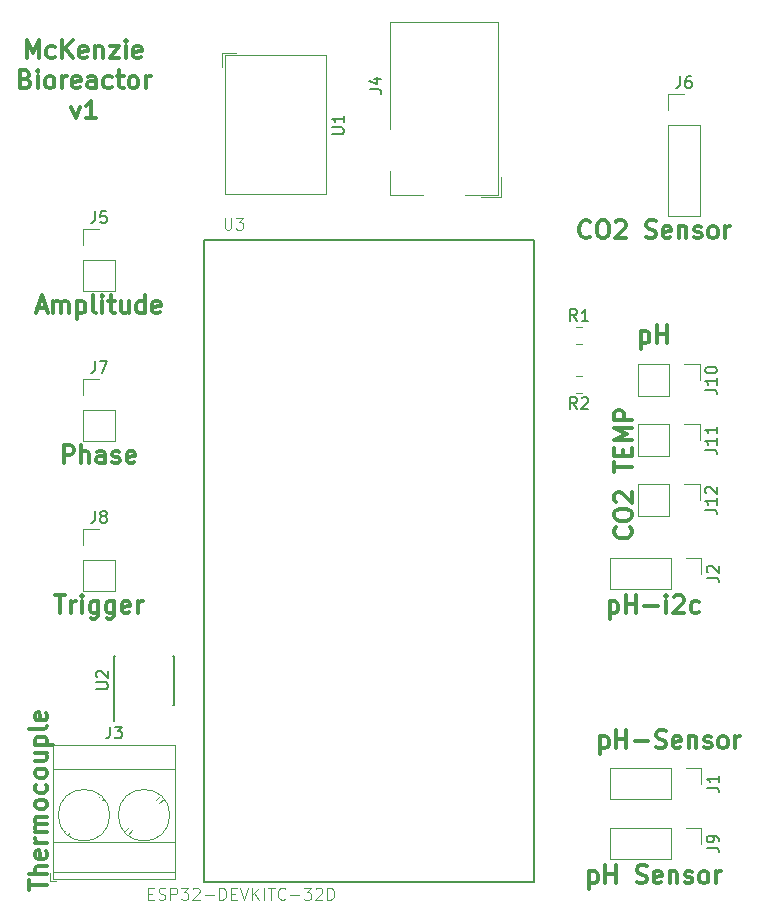
<source format=gbr>
G04 #@! TF.GenerationSoftware,KiCad,Pcbnew,5.0.1-33cea8e~68~ubuntu18.04.1*
G04 #@! TF.CreationDate,2018-11-19T17:19:21-08:00*
G04 #@! TF.ProjectId,Bioreactor,42696F72656163746F722E6B69636164,rev?*
G04 #@! TF.SameCoordinates,Original*
G04 #@! TF.FileFunction,Legend,Top*
G04 #@! TF.FilePolarity,Positive*
%FSLAX46Y46*%
G04 Gerber Fmt 4.6, Leading zero omitted, Abs format (unit mm)*
G04 Created by KiCad (PCBNEW 5.0.1-33cea8e~68~ubuntu18.04.1) date Mon 19 Nov 2018 05:19:21 PM PST*
%MOMM*%
%LPD*%
G01*
G04 APERTURE LIST*
%ADD10C,0.300000*%
%ADD11C,0.127000*%
%ADD12C,0.120000*%
%ADD13C,0.150000*%
%ADD14C,0.050000*%
G04 APERTURE END LIST*
D10*
X223207142Y-84355714D02*
X223135714Y-84427142D01*
X222921428Y-84498571D01*
X222778571Y-84498571D01*
X222564285Y-84427142D01*
X222421428Y-84284285D01*
X222350000Y-84141428D01*
X222278571Y-83855714D01*
X222278571Y-83641428D01*
X222350000Y-83355714D01*
X222421428Y-83212857D01*
X222564285Y-83070000D01*
X222778571Y-82998571D01*
X222921428Y-82998571D01*
X223135714Y-83070000D01*
X223207142Y-83141428D01*
X224135714Y-82998571D02*
X224421428Y-82998571D01*
X224564285Y-83070000D01*
X224707142Y-83212857D01*
X224778571Y-83498571D01*
X224778571Y-83998571D01*
X224707142Y-84284285D01*
X224564285Y-84427142D01*
X224421428Y-84498571D01*
X224135714Y-84498571D01*
X223992857Y-84427142D01*
X223850000Y-84284285D01*
X223778571Y-83998571D01*
X223778571Y-83498571D01*
X223850000Y-83212857D01*
X223992857Y-83070000D01*
X224135714Y-82998571D01*
X225350000Y-83141428D02*
X225421428Y-83070000D01*
X225564285Y-82998571D01*
X225921428Y-82998571D01*
X226064285Y-83070000D01*
X226135714Y-83141428D01*
X226207142Y-83284285D01*
X226207142Y-83427142D01*
X226135714Y-83641428D01*
X225278571Y-84498571D01*
X226207142Y-84498571D01*
X227921428Y-84427142D02*
X228135714Y-84498571D01*
X228492857Y-84498571D01*
X228635714Y-84427142D01*
X228707142Y-84355714D01*
X228778571Y-84212857D01*
X228778571Y-84070000D01*
X228707142Y-83927142D01*
X228635714Y-83855714D01*
X228492857Y-83784285D01*
X228207142Y-83712857D01*
X228064285Y-83641428D01*
X227992857Y-83570000D01*
X227921428Y-83427142D01*
X227921428Y-83284285D01*
X227992857Y-83141428D01*
X228064285Y-83070000D01*
X228207142Y-82998571D01*
X228564285Y-82998571D01*
X228778571Y-83070000D01*
X229992857Y-84427142D02*
X229850000Y-84498571D01*
X229564285Y-84498571D01*
X229421428Y-84427142D01*
X229350000Y-84284285D01*
X229350000Y-83712857D01*
X229421428Y-83570000D01*
X229564285Y-83498571D01*
X229850000Y-83498571D01*
X229992857Y-83570000D01*
X230064285Y-83712857D01*
X230064285Y-83855714D01*
X229350000Y-83998571D01*
X230707142Y-83498571D02*
X230707142Y-84498571D01*
X230707142Y-83641428D02*
X230778571Y-83570000D01*
X230921428Y-83498571D01*
X231135714Y-83498571D01*
X231278571Y-83570000D01*
X231350000Y-83712857D01*
X231350000Y-84498571D01*
X231992857Y-84427142D02*
X232135714Y-84498571D01*
X232421428Y-84498571D01*
X232564285Y-84427142D01*
X232635714Y-84284285D01*
X232635714Y-84212857D01*
X232564285Y-84070000D01*
X232421428Y-83998571D01*
X232207142Y-83998571D01*
X232064285Y-83927142D01*
X231992857Y-83784285D01*
X231992857Y-83712857D01*
X232064285Y-83570000D01*
X232207142Y-83498571D01*
X232421428Y-83498571D01*
X232564285Y-83570000D01*
X233492857Y-84498571D02*
X233350000Y-84427142D01*
X233278571Y-84355714D01*
X233207142Y-84212857D01*
X233207142Y-83784285D01*
X233278571Y-83641428D01*
X233350000Y-83570000D01*
X233492857Y-83498571D01*
X233707142Y-83498571D01*
X233850000Y-83570000D01*
X233921428Y-83641428D01*
X233992857Y-83784285D01*
X233992857Y-84212857D01*
X233921428Y-84355714D01*
X233850000Y-84427142D01*
X233707142Y-84498571D01*
X233492857Y-84498571D01*
X234635714Y-84498571D02*
X234635714Y-83498571D01*
X234635714Y-83784285D02*
X234707142Y-83641428D01*
X234778571Y-83570000D01*
X234921428Y-83498571D01*
X235064285Y-83498571D01*
X177895714Y-114748571D02*
X178752857Y-114748571D01*
X178324285Y-116248571D02*
X178324285Y-114748571D01*
X179252857Y-116248571D02*
X179252857Y-115248571D01*
X179252857Y-115534285D02*
X179324285Y-115391428D01*
X179395714Y-115320000D01*
X179538571Y-115248571D01*
X179681428Y-115248571D01*
X180181428Y-116248571D02*
X180181428Y-115248571D01*
X180181428Y-114748571D02*
X180110000Y-114820000D01*
X180181428Y-114891428D01*
X180252857Y-114820000D01*
X180181428Y-114748571D01*
X180181428Y-114891428D01*
X181538571Y-115248571D02*
X181538571Y-116462857D01*
X181467142Y-116605714D01*
X181395714Y-116677142D01*
X181252857Y-116748571D01*
X181038571Y-116748571D01*
X180895714Y-116677142D01*
X181538571Y-116177142D02*
X181395714Y-116248571D01*
X181110000Y-116248571D01*
X180967142Y-116177142D01*
X180895714Y-116105714D01*
X180824285Y-115962857D01*
X180824285Y-115534285D01*
X180895714Y-115391428D01*
X180967142Y-115320000D01*
X181110000Y-115248571D01*
X181395714Y-115248571D01*
X181538571Y-115320000D01*
X182895714Y-115248571D02*
X182895714Y-116462857D01*
X182824285Y-116605714D01*
X182752857Y-116677142D01*
X182610000Y-116748571D01*
X182395714Y-116748571D01*
X182252857Y-116677142D01*
X182895714Y-116177142D02*
X182752857Y-116248571D01*
X182467142Y-116248571D01*
X182324285Y-116177142D01*
X182252857Y-116105714D01*
X182181428Y-115962857D01*
X182181428Y-115534285D01*
X182252857Y-115391428D01*
X182324285Y-115320000D01*
X182467142Y-115248571D01*
X182752857Y-115248571D01*
X182895714Y-115320000D01*
X184181428Y-116177142D02*
X184038571Y-116248571D01*
X183752857Y-116248571D01*
X183610000Y-116177142D01*
X183538571Y-116034285D01*
X183538571Y-115462857D01*
X183610000Y-115320000D01*
X183752857Y-115248571D01*
X184038571Y-115248571D01*
X184181428Y-115320000D01*
X184252857Y-115462857D01*
X184252857Y-115605714D01*
X183538571Y-115748571D01*
X184895714Y-116248571D02*
X184895714Y-115248571D01*
X184895714Y-115534285D02*
X184967142Y-115391428D01*
X185038571Y-115320000D01*
X185181428Y-115248571D01*
X185324285Y-115248571D01*
X178610000Y-103548571D02*
X178610000Y-102048571D01*
X179181428Y-102048571D01*
X179324285Y-102120000D01*
X179395714Y-102191428D01*
X179467142Y-102334285D01*
X179467142Y-102548571D01*
X179395714Y-102691428D01*
X179324285Y-102762857D01*
X179181428Y-102834285D01*
X178610000Y-102834285D01*
X180110000Y-103548571D02*
X180110000Y-102048571D01*
X180752857Y-103548571D02*
X180752857Y-102762857D01*
X180681428Y-102620000D01*
X180538571Y-102548571D01*
X180324285Y-102548571D01*
X180181428Y-102620000D01*
X180110000Y-102691428D01*
X182110000Y-103548571D02*
X182110000Y-102762857D01*
X182038571Y-102620000D01*
X181895714Y-102548571D01*
X181610000Y-102548571D01*
X181467142Y-102620000D01*
X182110000Y-103477142D02*
X181967142Y-103548571D01*
X181610000Y-103548571D01*
X181467142Y-103477142D01*
X181395714Y-103334285D01*
X181395714Y-103191428D01*
X181467142Y-103048571D01*
X181610000Y-102977142D01*
X181967142Y-102977142D01*
X182110000Y-102905714D01*
X182752857Y-103477142D02*
X182895714Y-103548571D01*
X183181428Y-103548571D01*
X183324285Y-103477142D01*
X183395714Y-103334285D01*
X183395714Y-103262857D01*
X183324285Y-103120000D01*
X183181428Y-103048571D01*
X182967142Y-103048571D01*
X182824285Y-102977142D01*
X182752857Y-102834285D01*
X182752857Y-102762857D01*
X182824285Y-102620000D01*
X182967142Y-102548571D01*
X183181428Y-102548571D01*
X183324285Y-102620000D01*
X184610000Y-103477142D02*
X184467142Y-103548571D01*
X184181428Y-103548571D01*
X184038571Y-103477142D01*
X183967142Y-103334285D01*
X183967142Y-102762857D01*
X184038571Y-102620000D01*
X184181428Y-102548571D01*
X184467142Y-102548571D01*
X184610000Y-102620000D01*
X184681428Y-102762857D01*
X184681428Y-102905714D01*
X183967142Y-103048571D01*
X176395714Y-90420000D02*
X177110000Y-90420000D01*
X176252857Y-90848571D02*
X176752857Y-89348571D01*
X177252857Y-90848571D01*
X177752857Y-90848571D02*
X177752857Y-89848571D01*
X177752857Y-89991428D02*
X177824285Y-89920000D01*
X177967142Y-89848571D01*
X178181428Y-89848571D01*
X178324285Y-89920000D01*
X178395714Y-90062857D01*
X178395714Y-90848571D01*
X178395714Y-90062857D02*
X178467142Y-89920000D01*
X178610000Y-89848571D01*
X178824285Y-89848571D01*
X178967142Y-89920000D01*
X179038571Y-90062857D01*
X179038571Y-90848571D01*
X179752857Y-89848571D02*
X179752857Y-91348571D01*
X179752857Y-89920000D02*
X179895714Y-89848571D01*
X180181428Y-89848571D01*
X180324285Y-89920000D01*
X180395714Y-89991428D01*
X180467142Y-90134285D01*
X180467142Y-90562857D01*
X180395714Y-90705714D01*
X180324285Y-90777142D01*
X180181428Y-90848571D01*
X179895714Y-90848571D01*
X179752857Y-90777142D01*
X181324285Y-90848571D02*
X181181428Y-90777142D01*
X181110000Y-90634285D01*
X181110000Y-89348571D01*
X181895714Y-90848571D02*
X181895714Y-89848571D01*
X181895714Y-89348571D02*
X181824285Y-89420000D01*
X181895714Y-89491428D01*
X181967142Y-89420000D01*
X181895714Y-89348571D01*
X181895714Y-89491428D01*
X182395714Y-89848571D02*
X182967142Y-89848571D01*
X182610000Y-89348571D02*
X182610000Y-90634285D01*
X182681428Y-90777142D01*
X182824285Y-90848571D01*
X182967142Y-90848571D01*
X184110000Y-89848571D02*
X184110000Y-90848571D01*
X183467142Y-89848571D02*
X183467142Y-90634285D01*
X183538571Y-90777142D01*
X183681428Y-90848571D01*
X183895714Y-90848571D01*
X184038571Y-90777142D01*
X184110000Y-90705714D01*
X185467142Y-90848571D02*
X185467142Y-89348571D01*
X185467142Y-90777142D02*
X185324285Y-90848571D01*
X185038571Y-90848571D01*
X184895714Y-90777142D01*
X184824285Y-90705714D01*
X184752857Y-90562857D01*
X184752857Y-90134285D01*
X184824285Y-89991428D01*
X184895714Y-89920000D01*
X185038571Y-89848571D01*
X185324285Y-89848571D01*
X185467142Y-89920000D01*
X186752857Y-90777142D02*
X186610000Y-90848571D01*
X186324285Y-90848571D01*
X186181428Y-90777142D01*
X186110000Y-90634285D01*
X186110000Y-90062857D01*
X186181428Y-89920000D01*
X186324285Y-89848571D01*
X186610000Y-89848571D01*
X186752857Y-89920000D01*
X186824285Y-90062857D01*
X186824285Y-90205714D01*
X186110000Y-90348571D01*
X175708571Y-139687142D02*
X175708571Y-138830000D01*
X177208571Y-139258571D02*
X175708571Y-139258571D01*
X177208571Y-138330000D02*
X175708571Y-138330000D01*
X177208571Y-137687142D02*
X176422857Y-137687142D01*
X176280000Y-137758571D01*
X176208571Y-137901428D01*
X176208571Y-138115714D01*
X176280000Y-138258571D01*
X176351428Y-138330000D01*
X177137142Y-136401428D02*
X177208571Y-136544285D01*
X177208571Y-136830000D01*
X177137142Y-136972857D01*
X176994285Y-137044285D01*
X176422857Y-137044285D01*
X176280000Y-136972857D01*
X176208571Y-136830000D01*
X176208571Y-136544285D01*
X176280000Y-136401428D01*
X176422857Y-136330000D01*
X176565714Y-136330000D01*
X176708571Y-137044285D01*
X177208571Y-135687142D02*
X176208571Y-135687142D01*
X176494285Y-135687142D02*
X176351428Y-135615714D01*
X176280000Y-135544285D01*
X176208571Y-135401428D01*
X176208571Y-135258571D01*
X177208571Y-134758571D02*
X176208571Y-134758571D01*
X176351428Y-134758571D02*
X176280000Y-134687142D01*
X176208571Y-134544285D01*
X176208571Y-134330000D01*
X176280000Y-134187142D01*
X176422857Y-134115714D01*
X177208571Y-134115714D01*
X176422857Y-134115714D02*
X176280000Y-134044285D01*
X176208571Y-133901428D01*
X176208571Y-133687142D01*
X176280000Y-133544285D01*
X176422857Y-133472857D01*
X177208571Y-133472857D01*
X177208571Y-132544285D02*
X177137142Y-132687142D01*
X177065714Y-132758571D01*
X176922857Y-132830000D01*
X176494285Y-132830000D01*
X176351428Y-132758571D01*
X176280000Y-132687142D01*
X176208571Y-132544285D01*
X176208571Y-132330000D01*
X176280000Y-132187142D01*
X176351428Y-132115714D01*
X176494285Y-132044285D01*
X176922857Y-132044285D01*
X177065714Y-132115714D01*
X177137142Y-132187142D01*
X177208571Y-132330000D01*
X177208571Y-132544285D01*
X177137142Y-130758571D02*
X177208571Y-130901428D01*
X177208571Y-131187142D01*
X177137142Y-131330000D01*
X177065714Y-131401428D01*
X176922857Y-131472857D01*
X176494285Y-131472857D01*
X176351428Y-131401428D01*
X176280000Y-131330000D01*
X176208571Y-131187142D01*
X176208571Y-130901428D01*
X176280000Y-130758571D01*
X177208571Y-129901428D02*
X177137142Y-130044285D01*
X177065714Y-130115714D01*
X176922857Y-130187142D01*
X176494285Y-130187142D01*
X176351428Y-130115714D01*
X176280000Y-130044285D01*
X176208571Y-129901428D01*
X176208571Y-129687142D01*
X176280000Y-129544285D01*
X176351428Y-129472857D01*
X176494285Y-129401428D01*
X176922857Y-129401428D01*
X177065714Y-129472857D01*
X177137142Y-129544285D01*
X177208571Y-129687142D01*
X177208571Y-129901428D01*
X176208571Y-128115714D02*
X177208571Y-128115714D01*
X176208571Y-128758571D02*
X176994285Y-128758571D01*
X177137142Y-128687142D01*
X177208571Y-128544285D01*
X177208571Y-128330000D01*
X177137142Y-128187142D01*
X177065714Y-128115714D01*
X176208571Y-127401428D02*
X177708571Y-127401428D01*
X176280000Y-127401428D02*
X176208571Y-127258571D01*
X176208571Y-126972857D01*
X176280000Y-126830000D01*
X176351428Y-126758571D01*
X176494285Y-126687142D01*
X176922857Y-126687142D01*
X177065714Y-126758571D01*
X177137142Y-126830000D01*
X177208571Y-126972857D01*
X177208571Y-127258571D01*
X177137142Y-127401428D01*
X177208571Y-125830000D02*
X177137142Y-125972857D01*
X176994285Y-126044285D01*
X175708571Y-126044285D01*
X177137142Y-124687142D02*
X177208571Y-124830000D01*
X177208571Y-125115714D01*
X177137142Y-125258571D01*
X176994285Y-125330000D01*
X176422857Y-125330000D01*
X176280000Y-125258571D01*
X176208571Y-125115714D01*
X176208571Y-124830000D01*
X176280000Y-124687142D01*
X176422857Y-124615714D01*
X176565714Y-124615714D01*
X176708571Y-125330000D01*
X223135714Y-138108571D02*
X223135714Y-139608571D01*
X223135714Y-138180000D02*
X223278571Y-138108571D01*
X223564285Y-138108571D01*
X223707142Y-138180000D01*
X223778571Y-138251428D01*
X223850000Y-138394285D01*
X223850000Y-138822857D01*
X223778571Y-138965714D01*
X223707142Y-139037142D01*
X223564285Y-139108571D01*
X223278571Y-139108571D01*
X223135714Y-139037142D01*
X224492857Y-139108571D02*
X224492857Y-137608571D01*
X224492857Y-138322857D02*
X225350000Y-138322857D01*
X225350000Y-139108571D02*
X225350000Y-137608571D01*
X227135714Y-139037142D02*
X227350000Y-139108571D01*
X227707142Y-139108571D01*
X227850000Y-139037142D01*
X227921428Y-138965714D01*
X227992857Y-138822857D01*
X227992857Y-138680000D01*
X227921428Y-138537142D01*
X227850000Y-138465714D01*
X227707142Y-138394285D01*
X227421428Y-138322857D01*
X227278571Y-138251428D01*
X227207142Y-138180000D01*
X227135714Y-138037142D01*
X227135714Y-137894285D01*
X227207142Y-137751428D01*
X227278571Y-137680000D01*
X227421428Y-137608571D01*
X227778571Y-137608571D01*
X227992857Y-137680000D01*
X229207142Y-139037142D02*
X229064285Y-139108571D01*
X228778571Y-139108571D01*
X228635714Y-139037142D01*
X228564285Y-138894285D01*
X228564285Y-138322857D01*
X228635714Y-138180000D01*
X228778571Y-138108571D01*
X229064285Y-138108571D01*
X229207142Y-138180000D01*
X229278571Y-138322857D01*
X229278571Y-138465714D01*
X228564285Y-138608571D01*
X229921428Y-138108571D02*
X229921428Y-139108571D01*
X229921428Y-138251428D02*
X229992857Y-138180000D01*
X230135714Y-138108571D01*
X230350000Y-138108571D01*
X230492857Y-138180000D01*
X230564285Y-138322857D01*
X230564285Y-139108571D01*
X231207142Y-139037142D02*
X231350000Y-139108571D01*
X231635714Y-139108571D01*
X231778571Y-139037142D01*
X231850000Y-138894285D01*
X231850000Y-138822857D01*
X231778571Y-138680000D01*
X231635714Y-138608571D01*
X231421428Y-138608571D01*
X231278571Y-138537142D01*
X231207142Y-138394285D01*
X231207142Y-138322857D01*
X231278571Y-138180000D01*
X231421428Y-138108571D01*
X231635714Y-138108571D01*
X231778571Y-138180000D01*
X232707142Y-139108571D02*
X232564285Y-139037142D01*
X232492857Y-138965714D01*
X232421428Y-138822857D01*
X232421428Y-138394285D01*
X232492857Y-138251428D01*
X232564285Y-138180000D01*
X232707142Y-138108571D01*
X232921428Y-138108571D01*
X233064285Y-138180000D01*
X233135714Y-138251428D01*
X233207142Y-138394285D01*
X233207142Y-138822857D01*
X233135714Y-138965714D01*
X233064285Y-139037142D01*
X232921428Y-139108571D01*
X232707142Y-139108571D01*
X233850000Y-139108571D02*
X233850000Y-138108571D01*
X233850000Y-138394285D02*
X233921428Y-138251428D01*
X233992857Y-138180000D01*
X234135714Y-138108571D01*
X234278571Y-138108571D01*
X224048571Y-126678571D02*
X224048571Y-128178571D01*
X224048571Y-126750000D02*
X224191428Y-126678571D01*
X224477142Y-126678571D01*
X224620000Y-126750000D01*
X224691428Y-126821428D01*
X224762857Y-126964285D01*
X224762857Y-127392857D01*
X224691428Y-127535714D01*
X224620000Y-127607142D01*
X224477142Y-127678571D01*
X224191428Y-127678571D01*
X224048571Y-127607142D01*
X225405714Y-127678571D02*
X225405714Y-126178571D01*
X225405714Y-126892857D02*
X226262857Y-126892857D01*
X226262857Y-127678571D02*
X226262857Y-126178571D01*
X226977142Y-127107142D02*
X228120000Y-127107142D01*
X228762857Y-127607142D02*
X228977142Y-127678571D01*
X229334285Y-127678571D01*
X229477142Y-127607142D01*
X229548571Y-127535714D01*
X229620000Y-127392857D01*
X229620000Y-127250000D01*
X229548571Y-127107142D01*
X229477142Y-127035714D01*
X229334285Y-126964285D01*
X229048571Y-126892857D01*
X228905714Y-126821428D01*
X228834285Y-126750000D01*
X228762857Y-126607142D01*
X228762857Y-126464285D01*
X228834285Y-126321428D01*
X228905714Y-126250000D01*
X229048571Y-126178571D01*
X229405714Y-126178571D01*
X229620000Y-126250000D01*
X230834285Y-127607142D02*
X230691428Y-127678571D01*
X230405714Y-127678571D01*
X230262857Y-127607142D01*
X230191428Y-127464285D01*
X230191428Y-126892857D01*
X230262857Y-126750000D01*
X230405714Y-126678571D01*
X230691428Y-126678571D01*
X230834285Y-126750000D01*
X230905714Y-126892857D01*
X230905714Y-127035714D01*
X230191428Y-127178571D01*
X231548571Y-126678571D02*
X231548571Y-127678571D01*
X231548571Y-126821428D02*
X231620000Y-126750000D01*
X231762857Y-126678571D01*
X231977142Y-126678571D01*
X232120000Y-126750000D01*
X232191428Y-126892857D01*
X232191428Y-127678571D01*
X232834285Y-127607142D02*
X232977142Y-127678571D01*
X233262857Y-127678571D01*
X233405714Y-127607142D01*
X233477142Y-127464285D01*
X233477142Y-127392857D01*
X233405714Y-127250000D01*
X233262857Y-127178571D01*
X233048571Y-127178571D01*
X232905714Y-127107142D01*
X232834285Y-126964285D01*
X232834285Y-126892857D01*
X232905714Y-126750000D01*
X233048571Y-126678571D01*
X233262857Y-126678571D01*
X233405714Y-126750000D01*
X234334285Y-127678571D02*
X234191428Y-127607142D01*
X234120000Y-127535714D01*
X234048571Y-127392857D01*
X234048571Y-126964285D01*
X234120000Y-126821428D01*
X234191428Y-126750000D01*
X234334285Y-126678571D01*
X234548571Y-126678571D01*
X234691428Y-126750000D01*
X234762857Y-126821428D01*
X234834285Y-126964285D01*
X234834285Y-127392857D01*
X234762857Y-127535714D01*
X234691428Y-127607142D01*
X234548571Y-127678571D01*
X234334285Y-127678571D01*
X235477142Y-127678571D02*
X235477142Y-126678571D01*
X235477142Y-126964285D02*
X235548571Y-126821428D01*
X235620000Y-126750000D01*
X235762857Y-126678571D01*
X235905714Y-126678571D01*
X224850000Y-115248571D02*
X224850000Y-116748571D01*
X224850000Y-115320000D02*
X224992857Y-115248571D01*
X225278571Y-115248571D01*
X225421428Y-115320000D01*
X225492857Y-115391428D01*
X225564285Y-115534285D01*
X225564285Y-115962857D01*
X225492857Y-116105714D01*
X225421428Y-116177142D01*
X225278571Y-116248571D01*
X224992857Y-116248571D01*
X224850000Y-116177142D01*
X226207142Y-116248571D02*
X226207142Y-114748571D01*
X226207142Y-115462857D02*
X227064285Y-115462857D01*
X227064285Y-116248571D02*
X227064285Y-114748571D01*
X227778571Y-115677142D02*
X228921428Y-115677142D01*
X229635714Y-116248571D02*
X229635714Y-115248571D01*
X229635714Y-114748571D02*
X229564285Y-114820000D01*
X229635714Y-114891428D01*
X229707142Y-114820000D01*
X229635714Y-114748571D01*
X229635714Y-114891428D01*
X230278571Y-114891428D02*
X230350000Y-114820000D01*
X230492857Y-114748571D01*
X230850000Y-114748571D01*
X230992857Y-114820000D01*
X231064285Y-114891428D01*
X231135714Y-115034285D01*
X231135714Y-115177142D01*
X231064285Y-115391428D01*
X230207142Y-116248571D01*
X231135714Y-116248571D01*
X232421428Y-116177142D02*
X232278571Y-116248571D01*
X231992857Y-116248571D01*
X231850000Y-116177142D01*
X231778571Y-116105714D01*
X231707142Y-115962857D01*
X231707142Y-115534285D01*
X231778571Y-115391428D01*
X231850000Y-115320000D01*
X231992857Y-115248571D01*
X232278571Y-115248571D01*
X232421428Y-115320000D01*
X227492857Y-92388571D02*
X227492857Y-93888571D01*
X227492857Y-92460000D02*
X227635714Y-92388571D01*
X227921428Y-92388571D01*
X228064285Y-92460000D01*
X228135714Y-92531428D01*
X228207142Y-92674285D01*
X228207142Y-93102857D01*
X228135714Y-93245714D01*
X228064285Y-93317142D01*
X227921428Y-93388571D01*
X227635714Y-93388571D01*
X227492857Y-93317142D01*
X228850000Y-93388571D02*
X228850000Y-91888571D01*
X228850000Y-92602857D02*
X229707142Y-92602857D01*
X229707142Y-93388571D02*
X229707142Y-91888571D01*
X225238571Y-104314285D02*
X225238571Y-103457142D01*
X226738571Y-103885714D02*
X225238571Y-103885714D01*
X225952857Y-102957142D02*
X225952857Y-102457142D01*
X226738571Y-102242857D02*
X226738571Y-102957142D01*
X225238571Y-102957142D01*
X225238571Y-102242857D01*
X226738571Y-101600000D02*
X225238571Y-101600000D01*
X226310000Y-101100000D01*
X225238571Y-100600000D01*
X226738571Y-100600000D01*
X226738571Y-99885714D02*
X225238571Y-99885714D01*
X225238571Y-99314285D01*
X225310000Y-99171428D01*
X225381428Y-99100000D01*
X225524285Y-99028571D01*
X225738571Y-99028571D01*
X225881428Y-99100000D01*
X225952857Y-99171428D01*
X226024285Y-99314285D01*
X226024285Y-99885714D01*
X226595714Y-108985714D02*
X226667142Y-109057142D01*
X226738571Y-109271428D01*
X226738571Y-109414285D01*
X226667142Y-109628571D01*
X226524285Y-109771428D01*
X226381428Y-109842857D01*
X226095714Y-109914285D01*
X225881428Y-109914285D01*
X225595714Y-109842857D01*
X225452857Y-109771428D01*
X225310000Y-109628571D01*
X225238571Y-109414285D01*
X225238571Y-109271428D01*
X225310000Y-109057142D01*
X225381428Y-108985714D01*
X225238571Y-108057142D02*
X225238571Y-107771428D01*
X225310000Y-107628571D01*
X225452857Y-107485714D01*
X225738571Y-107414285D01*
X226238571Y-107414285D01*
X226524285Y-107485714D01*
X226667142Y-107628571D01*
X226738571Y-107771428D01*
X226738571Y-108057142D01*
X226667142Y-108200000D01*
X226524285Y-108342857D01*
X226238571Y-108414285D01*
X225738571Y-108414285D01*
X225452857Y-108342857D01*
X225310000Y-108200000D01*
X225238571Y-108057142D01*
X225381428Y-106842857D02*
X225310000Y-106771428D01*
X225238571Y-106628571D01*
X225238571Y-106271428D01*
X225310000Y-106128571D01*
X225381428Y-106057142D01*
X225524285Y-105985714D01*
X225667142Y-105985714D01*
X225881428Y-106057142D01*
X226738571Y-106914285D01*
X226738571Y-105985714D01*
X175518571Y-69248571D02*
X175518571Y-67748571D01*
X176018571Y-68820000D01*
X176518571Y-67748571D01*
X176518571Y-69248571D01*
X177875714Y-69177142D02*
X177732857Y-69248571D01*
X177447142Y-69248571D01*
X177304285Y-69177142D01*
X177232857Y-69105714D01*
X177161428Y-68962857D01*
X177161428Y-68534285D01*
X177232857Y-68391428D01*
X177304285Y-68320000D01*
X177447142Y-68248571D01*
X177732857Y-68248571D01*
X177875714Y-68320000D01*
X178518571Y-69248571D02*
X178518571Y-67748571D01*
X179375714Y-69248571D02*
X178732857Y-68391428D01*
X179375714Y-67748571D02*
X178518571Y-68605714D01*
X180590000Y-69177142D02*
X180447142Y-69248571D01*
X180161428Y-69248571D01*
X180018571Y-69177142D01*
X179947142Y-69034285D01*
X179947142Y-68462857D01*
X180018571Y-68320000D01*
X180161428Y-68248571D01*
X180447142Y-68248571D01*
X180590000Y-68320000D01*
X180661428Y-68462857D01*
X180661428Y-68605714D01*
X179947142Y-68748571D01*
X181304285Y-68248571D02*
X181304285Y-69248571D01*
X181304285Y-68391428D02*
X181375714Y-68320000D01*
X181518571Y-68248571D01*
X181732857Y-68248571D01*
X181875714Y-68320000D01*
X181947142Y-68462857D01*
X181947142Y-69248571D01*
X182518571Y-68248571D02*
X183304285Y-68248571D01*
X182518571Y-69248571D01*
X183304285Y-69248571D01*
X183875714Y-69248571D02*
X183875714Y-68248571D01*
X183875714Y-67748571D02*
X183804285Y-67820000D01*
X183875714Y-67891428D01*
X183947142Y-67820000D01*
X183875714Y-67748571D01*
X183875714Y-67891428D01*
X185161428Y-69177142D02*
X185018571Y-69248571D01*
X184732857Y-69248571D01*
X184590000Y-69177142D01*
X184518571Y-69034285D01*
X184518571Y-68462857D01*
X184590000Y-68320000D01*
X184732857Y-68248571D01*
X185018571Y-68248571D01*
X185161428Y-68320000D01*
X185232857Y-68462857D01*
X185232857Y-68605714D01*
X184518571Y-68748571D01*
X175411428Y-71012857D02*
X175625714Y-71084285D01*
X175697142Y-71155714D01*
X175768571Y-71298571D01*
X175768571Y-71512857D01*
X175697142Y-71655714D01*
X175625714Y-71727142D01*
X175482857Y-71798571D01*
X174911428Y-71798571D01*
X174911428Y-70298571D01*
X175411428Y-70298571D01*
X175554285Y-70370000D01*
X175625714Y-70441428D01*
X175697142Y-70584285D01*
X175697142Y-70727142D01*
X175625714Y-70870000D01*
X175554285Y-70941428D01*
X175411428Y-71012857D01*
X174911428Y-71012857D01*
X176411428Y-71798571D02*
X176411428Y-70798571D01*
X176411428Y-70298571D02*
X176340000Y-70370000D01*
X176411428Y-70441428D01*
X176482857Y-70370000D01*
X176411428Y-70298571D01*
X176411428Y-70441428D01*
X177340000Y-71798571D02*
X177197142Y-71727142D01*
X177125714Y-71655714D01*
X177054285Y-71512857D01*
X177054285Y-71084285D01*
X177125714Y-70941428D01*
X177197142Y-70870000D01*
X177340000Y-70798571D01*
X177554285Y-70798571D01*
X177697142Y-70870000D01*
X177768571Y-70941428D01*
X177840000Y-71084285D01*
X177840000Y-71512857D01*
X177768571Y-71655714D01*
X177697142Y-71727142D01*
X177554285Y-71798571D01*
X177340000Y-71798571D01*
X178482857Y-71798571D02*
X178482857Y-70798571D01*
X178482857Y-71084285D02*
X178554285Y-70941428D01*
X178625714Y-70870000D01*
X178768571Y-70798571D01*
X178911428Y-70798571D01*
X179982857Y-71727142D02*
X179840000Y-71798571D01*
X179554285Y-71798571D01*
X179411428Y-71727142D01*
X179340000Y-71584285D01*
X179340000Y-71012857D01*
X179411428Y-70870000D01*
X179554285Y-70798571D01*
X179840000Y-70798571D01*
X179982857Y-70870000D01*
X180054285Y-71012857D01*
X180054285Y-71155714D01*
X179340000Y-71298571D01*
X181340000Y-71798571D02*
X181340000Y-71012857D01*
X181268571Y-70870000D01*
X181125714Y-70798571D01*
X180840000Y-70798571D01*
X180697142Y-70870000D01*
X181340000Y-71727142D02*
X181197142Y-71798571D01*
X180840000Y-71798571D01*
X180697142Y-71727142D01*
X180625714Y-71584285D01*
X180625714Y-71441428D01*
X180697142Y-71298571D01*
X180840000Y-71227142D01*
X181197142Y-71227142D01*
X181340000Y-71155714D01*
X182697142Y-71727142D02*
X182554285Y-71798571D01*
X182268571Y-71798571D01*
X182125714Y-71727142D01*
X182054285Y-71655714D01*
X181982857Y-71512857D01*
X181982857Y-71084285D01*
X182054285Y-70941428D01*
X182125714Y-70870000D01*
X182268571Y-70798571D01*
X182554285Y-70798571D01*
X182697142Y-70870000D01*
X183125714Y-70798571D02*
X183697142Y-70798571D01*
X183340000Y-70298571D02*
X183340000Y-71584285D01*
X183411428Y-71727142D01*
X183554285Y-71798571D01*
X183697142Y-71798571D01*
X184411428Y-71798571D02*
X184268571Y-71727142D01*
X184197142Y-71655714D01*
X184125714Y-71512857D01*
X184125714Y-71084285D01*
X184197142Y-70941428D01*
X184268571Y-70870000D01*
X184411428Y-70798571D01*
X184625714Y-70798571D01*
X184768571Y-70870000D01*
X184840000Y-70941428D01*
X184911428Y-71084285D01*
X184911428Y-71512857D01*
X184840000Y-71655714D01*
X184768571Y-71727142D01*
X184625714Y-71798571D01*
X184411428Y-71798571D01*
X185554285Y-71798571D02*
X185554285Y-70798571D01*
X185554285Y-71084285D02*
X185625714Y-70941428D01*
X185697142Y-70870000D01*
X185840000Y-70798571D01*
X185982857Y-70798571D01*
X179268571Y-73348571D02*
X179625714Y-74348571D01*
X179982857Y-73348571D01*
X181340000Y-74348571D02*
X180482857Y-74348571D01*
X180911428Y-74348571D02*
X180911428Y-72848571D01*
X180768571Y-73062857D01*
X180625714Y-73205714D01*
X180482857Y-73277142D01*
D11*
G04 #@! TO.C,U3*
X190520000Y-139010000D02*
X190520000Y-84610000D01*
X190520000Y-84610000D02*
X218420000Y-84610000D01*
X218420000Y-84610000D02*
X218420000Y-139010000D01*
X218420000Y-139010000D02*
X190520000Y-139010000D01*
D12*
G04 #@! TO.C,J3*
X182520000Y-133350000D02*
G75*
G03X182520000Y-133350000I-2180000J0D01*
G01*
X187600000Y-133350000D02*
G75*
G03X187600000Y-133350000I-2180000J0D01*
G01*
X177740000Y-138150000D02*
X188020000Y-138150000D01*
X177740000Y-135650000D02*
X188020000Y-135650000D01*
X177740000Y-129450000D02*
X188020000Y-129450000D01*
X177740000Y-127390000D02*
X188020000Y-127390000D01*
X177740000Y-138710000D02*
X188020000Y-138710000D01*
X177740000Y-127390000D02*
X177740000Y-138710000D01*
X188020000Y-127390000D02*
X188020000Y-138710000D01*
X181994000Y-131962000D02*
X181887000Y-132069000D01*
X179058000Y-134897000D02*
X178952000Y-135004000D01*
X181728000Y-131696000D02*
X181621000Y-131803000D01*
X178792000Y-134631000D02*
X178686000Y-134738000D01*
X187074000Y-131962000D02*
X186679000Y-132358000D01*
X184413000Y-134624000D02*
X184033000Y-135004000D01*
X186808000Y-131696000D02*
X186428000Y-132076000D01*
X184162000Y-134342000D02*
X183767000Y-134738000D01*
X177500000Y-138210000D02*
X177500000Y-138950000D01*
X177500000Y-138950000D02*
X178000000Y-138950000D01*
G04 #@! TO.C,J8*
X180280000Y-109160000D02*
X181610000Y-109160000D01*
X180280000Y-110490000D02*
X180280000Y-109160000D01*
X180280000Y-111760000D02*
X182940000Y-111760000D01*
X182940000Y-111760000D02*
X182940000Y-114360000D01*
X180280000Y-111760000D02*
X180280000Y-114360000D01*
X180280000Y-114360000D02*
X182940000Y-114360000D01*
G04 #@! TO.C,J5*
X180280000Y-83760000D02*
X181610000Y-83760000D01*
X180280000Y-85090000D02*
X180280000Y-83760000D01*
X180280000Y-86360000D02*
X182940000Y-86360000D01*
X182940000Y-86360000D02*
X182940000Y-88960000D01*
X180280000Y-86360000D02*
X180280000Y-88960000D01*
X180280000Y-88960000D02*
X182940000Y-88960000D01*
G04 #@! TO.C,J7*
X180280000Y-101660000D02*
X182940000Y-101660000D01*
X180280000Y-99060000D02*
X180280000Y-101660000D01*
X182940000Y-99060000D02*
X182940000Y-101660000D01*
X180280000Y-99060000D02*
X182940000Y-99060000D01*
X180280000Y-97790000D02*
X180280000Y-96460000D01*
X180280000Y-96460000D02*
X181610000Y-96460000D01*
G04 #@! TO.C,J1*
X224872000Y-129343000D02*
X224872000Y-132003000D01*
X230012000Y-129343000D02*
X224872000Y-129343000D01*
X230012000Y-132003000D02*
X224872000Y-132003000D01*
X230012000Y-129343000D02*
X230012000Y-132003000D01*
X231282000Y-129343000D02*
X232612000Y-129343000D01*
X232612000Y-129343000D02*
X232612000Y-130673000D01*
G04 #@! TO.C,J2*
X232612000Y-111563000D02*
X232612000Y-112893000D01*
X231282000Y-111563000D02*
X232612000Y-111563000D01*
X230012000Y-111563000D02*
X230012000Y-114223000D01*
X230012000Y-114223000D02*
X224872000Y-114223000D01*
X230012000Y-111563000D02*
X224872000Y-111563000D01*
X224872000Y-111563000D02*
X224872000Y-114223000D01*
G04 #@! TO.C,J4*
X206220000Y-75210000D02*
X206220000Y-66210000D01*
X206220000Y-66210000D02*
X215420000Y-66210000D01*
X215420000Y-66210000D02*
X215420000Y-80810000D01*
X215420000Y-80810000D02*
X212620000Y-80810000D01*
X209020000Y-80810000D02*
X206220000Y-80810000D01*
X206220000Y-80810000D02*
X206220000Y-78810000D01*
X215660000Y-79310000D02*
X215660000Y-81050000D01*
X215660000Y-81050000D02*
X213920000Y-81050000D01*
G04 #@! TO.C,J6*
X229810000Y-82610000D02*
X232470000Y-82610000D01*
X229810000Y-74930000D02*
X229810000Y-82610000D01*
X232470000Y-74930000D02*
X232470000Y-82610000D01*
X229810000Y-74930000D02*
X232470000Y-74930000D01*
X229810000Y-73660000D02*
X229810000Y-72330000D01*
X229810000Y-72330000D02*
X231140000Y-72330000D01*
G04 #@! TO.C,J10*
X227270000Y-95190000D02*
X227270000Y-97850000D01*
X229870000Y-95190000D02*
X227270000Y-95190000D01*
X229870000Y-97850000D02*
X227270000Y-97850000D01*
X229870000Y-95190000D02*
X229870000Y-97850000D01*
X231140000Y-95190000D02*
X232470000Y-95190000D01*
X232470000Y-95190000D02*
X232470000Y-96520000D01*
G04 #@! TO.C,J11*
X232470000Y-100270000D02*
X232470000Y-101600000D01*
X231140000Y-100270000D02*
X232470000Y-100270000D01*
X229870000Y-100270000D02*
X229870000Y-102930000D01*
X229870000Y-102930000D02*
X227270000Y-102930000D01*
X229870000Y-100270000D02*
X227270000Y-100270000D01*
X227270000Y-100270000D02*
X227270000Y-102930000D01*
G04 #@! TO.C,J12*
X227270000Y-105350000D02*
X227270000Y-108010000D01*
X229870000Y-105350000D02*
X227270000Y-105350000D01*
X229870000Y-108010000D02*
X227270000Y-108010000D01*
X229870000Y-105350000D02*
X229870000Y-108010000D01*
X231140000Y-105350000D02*
X232470000Y-105350000D01*
X232470000Y-105350000D02*
X232470000Y-106680000D01*
G04 #@! TO.C,R1*
X222508578Y-93420000D02*
X221991422Y-93420000D01*
X222508578Y-92000000D02*
X221991422Y-92000000D01*
G04 #@! TO.C,R2*
X222508578Y-96142500D02*
X221991422Y-96142500D01*
X222508578Y-97562500D02*
X221991422Y-97562500D01*
G04 #@! TO.C,U1*
X200870000Y-69019000D02*
X200870000Y-80740000D01*
X192250000Y-69019000D02*
X192250000Y-80740000D01*
X200870000Y-69019000D02*
X192250000Y-69019000D01*
X200870000Y-80740000D02*
X192250000Y-80740000D01*
X193250000Y-68779000D02*
X192010000Y-68779000D01*
X192010000Y-68779000D02*
X192010000Y-70019000D01*
D13*
G04 #@! TO.C,U2*
X182845000Y-123995000D02*
X182895000Y-123995000D01*
X182845000Y-119845000D02*
X182990000Y-119845000D01*
X187995000Y-119845000D02*
X187850000Y-119845000D01*
X187995000Y-123995000D02*
X187850000Y-123995000D01*
X182845000Y-123995000D02*
X182845000Y-119845000D01*
X187995000Y-123995000D02*
X187995000Y-119845000D01*
X182895000Y-123995000D02*
X182895000Y-125395000D01*
D12*
G04 #@! TO.C,J9*
X224872000Y-134423000D02*
X224872000Y-137083000D01*
X230012000Y-134423000D02*
X224872000Y-134423000D01*
X230012000Y-137083000D02*
X224872000Y-137083000D01*
X230012000Y-134423000D02*
X230012000Y-137083000D01*
X231282000Y-134423000D02*
X232612000Y-134423000D01*
X232612000Y-134423000D02*
X232612000Y-135753000D01*
G04 #@! TO.C,U3*
D14*
X192243398Y-82766167D02*
X192243398Y-83576006D01*
X192291035Y-83671282D01*
X192338673Y-83718919D01*
X192433948Y-83766557D01*
X192624499Y-83766557D01*
X192719774Y-83718919D01*
X192767411Y-83671282D01*
X192815049Y-83576006D01*
X192815049Y-82766167D01*
X193196150Y-82766167D02*
X193815439Y-82766167D01*
X193481976Y-83147268D01*
X193624889Y-83147268D01*
X193720164Y-83194905D01*
X193767801Y-83242543D01*
X193815439Y-83337818D01*
X193815439Y-83576006D01*
X193767801Y-83671282D01*
X193720164Y-83718919D01*
X193624889Y-83766557D01*
X193339063Y-83766557D01*
X193243788Y-83718919D01*
X193196150Y-83671282D01*
X185792141Y-139982996D02*
X186125825Y-139982996D01*
X186268832Y-140507355D02*
X185792141Y-140507355D01*
X185792141Y-139506305D01*
X186268832Y-139506305D01*
X186650184Y-140459686D02*
X186793191Y-140507355D01*
X187031536Y-140507355D01*
X187126875Y-140459686D01*
X187174544Y-140412017D01*
X187222213Y-140316679D01*
X187222213Y-140221341D01*
X187174544Y-140126003D01*
X187126875Y-140078334D01*
X187031536Y-140030665D01*
X186840860Y-139982996D01*
X186745522Y-139935327D01*
X186697853Y-139887658D01*
X186650184Y-139792320D01*
X186650184Y-139696982D01*
X186697853Y-139601644D01*
X186745522Y-139553975D01*
X186840860Y-139506305D01*
X187079205Y-139506305D01*
X187222213Y-139553975D01*
X187651234Y-140507355D02*
X187651234Y-139506305D01*
X188032586Y-139506305D01*
X188127925Y-139553975D01*
X188175594Y-139601644D01*
X188223263Y-139696982D01*
X188223263Y-139839989D01*
X188175594Y-139935327D01*
X188127925Y-139982996D01*
X188032586Y-140030665D01*
X187651234Y-140030665D01*
X188556946Y-139506305D02*
X189176644Y-139506305D01*
X188842960Y-139887658D01*
X188985967Y-139887658D01*
X189081305Y-139935327D01*
X189128975Y-139982996D01*
X189176644Y-140078334D01*
X189176644Y-140316679D01*
X189128975Y-140412017D01*
X189081305Y-140459686D01*
X188985967Y-140507355D01*
X188699953Y-140507355D01*
X188604615Y-140459686D01*
X188556946Y-140412017D01*
X189557996Y-139601644D02*
X189605665Y-139553975D01*
X189701003Y-139506305D01*
X189939348Y-139506305D01*
X190034686Y-139553975D01*
X190082355Y-139601644D01*
X190130025Y-139696982D01*
X190130025Y-139792320D01*
X190082355Y-139935327D01*
X189510327Y-140507355D01*
X190130025Y-140507355D01*
X190559046Y-140126003D02*
X191321751Y-140126003D01*
X191798441Y-140507355D02*
X191798441Y-139506305D01*
X192036786Y-139506305D01*
X192179794Y-139553975D01*
X192275132Y-139649313D01*
X192322801Y-139744651D01*
X192370470Y-139935327D01*
X192370470Y-140078334D01*
X192322801Y-140269010D01*
X192275132Y-140364348D01*
X192179794Y-140459686D01*
X192036786Y-140507355D01*
X191798441Y-140507355D01*
X192799491Y-139982996D02*
X193133175Y-139982996D01*
X193276182Y-140507355D02*
X192799491Y-140507355D01*
X192799491Y-139506305D01*
X193276182Y-139506305D01*
X193562196Y-139506305D02*
X193895879Y-140507355D01*
X194229563Y-139506305D01*
X194563246Y-140507355D02*
X194563246Y-139506305D01*
X195135275Y-140507355D02*
X194706253Y-139935327D01*
X195135275Y-139506305D02*
X194563246Y-140078334D01*
X195564296Y-140507355D02*
X195564296Y-139506305D01*
X195897979Y-139506305D02*
X196470008Y-139506305D01*
X196183994Y-140507355D02*
X196183994Y-139506305D01*
X197375720Y-140412017D02*
X197328051Y-140459686D01*
X197185044Y-140507355D01*
X197089705Y-140507355D01*
X196946698Y-140459686D01*
X196851360Y-140364348D01*
X196803691Y-140269010D01*
X196756022Y-140078334D01*
X196756022Y-139935327D01*
X196803691Y-139744651D01*
X196851360Y-139649313D01*
X196946698Y-139553975D01*
X197089705Y-139506305D01*
X197185044Y-139506305D01*
X197328051Y-139553975D01*
X197375720Y-139601644D01*
X197804741Y-140126003D02*
X198567446Y-140126003D01*
X198948798Y-139506305D02*
X199568496Y-139506305D01*
X199234813Y-139887658D01*
X199377820Y-139887658D01*
X199473158Y-139935327D01*
X199520827Y-139982996D01*
X199568496Y-140078334D01*
X199568496Y-140316679D01*
X199520827Y-140412017D01*
X199473158Y-140459686D01*
X199377820Y-140507355D01*
X199091805Y-140507355D01*
X198996467Y-140459686D01*
X198948798Y-140412017D01*
X199949848Y-139601644D02*
X199997517Y-139553975D01*
X200092855Y-139506305D01*
X200331201Y-139506305D01*
X200426539Y-139553975D01*
X200474208Y-139601644D01*
X200521877Y-139696982D01*
X200521877Y-139792320D01*
X200474208Y-139935327D01*
X199902179Y-140507355D01*
X200521877Y-140507355D01*
X200950898Y-140507355D02*
X200950898Y-139506305D01*
X201189244Y-139506305D01*
X201332251Y-139553975D01*
X201427589Y-139649313D01*
X201475258Y-139744651D01*
X201522927Y-139935327D01*
X201522927Y-140078334D01*
X201475258Y-140269010D01*
X201427589Y-140364348D01*
X201332251Y-140459686D01*
X201189244Y-140507355D01*
X200950898Y-140507355D01*
G04 #@! TO.C,J3*
D13*
X182546666Y-125842380D02*
X182546666Y-126556666D01*
X182499047Y-126699523D01*
X182403809Y-126794761D01*
X182260952Y-126842380D01*
X182165714Y-126842380D01*
X182927619Y-125842380D02*
X183546666Y-125842380D01*
X183213333Y-126223333D01*
X183356190Y-126223333D01*
X183451428Y-126270952D01*
X183499047Y-126318571D01*
X183546666Y-126413809D01*
X183546666Y-126651904D01*
X183499047Y-126747142D01*
X183451428Y-126794761D01*
X183356190Y-126842380D01*
X183070476Y-126842380D01*
X182975238Y-126794761D01*
X182927619Y-126747142D01*
G04 #@! TO.C,J8*
X181276666Y-107612380D02*
X181276666Y-108326666D01*
X181229047Y-108469523D01*
X181133809Y-108564761D01*
X180990952Y-108612380D01*
X180895714Y-108612380D01*
X181895714Y-108040952D02*
X181800476Y-107993333D01*
X181752857Y-107945714D01*
X181705238Y-107850476D01*
X181705238Y-107802857D01*
X181752857Y-107707619D01*
X181800476Y-107660000D01*
X181895714Y-107612380D01*
X182086190Y-107612380D01*
X182181428Y-107660000D01*
X182229047Y-107707619D01*
X182276666Y-107802857D01*
X182276666Y-107850476D01*
X182229047Y-107945714D01*
X182181428Y-107993333D01*
X182086190Y-108040952D01*
X181895714Y-108040952D01*
X181800476Y-108088571D01*
X181752857Y-108136190D01*
X181705238Y-108231428D01*
X181705238Y-108421904D01*
X181752857Y-108517142D01*
X181800476Y-108564761D01*
X181895714Y-108612380D01*
X182086190Y-108612380D01*
X182181428Y-108564761D01*
X182229047Y-108517142D01*
X182276666Y-108421904D01*
X182276666Y-108231428D01*
X182229047Y-108136190D01*
X182181428Y-108088571D01*
X182086190Y-108040952D01*
G04 #@! TO.C,J5*
X181276666Y-82212380D02*
X181276666Y-82926666D01*
X181229047Y-83069523D01*
X181133809Y-83164761D01*
X180990952Y-83212380D01*
X180895714Y-83212380D01*
X182229047Y-82212380D02*
X181752857Y-82212380D01*
X181705238Y-82688571D01*
X181752857Y-82640952D01*
X181848095Y-82593333D01*
X182086190Y-82593333D01*
X182181428Y-82640952D01*
X182229047Y-82688571D01*
X182276666Y-82783809D01*
X182276666Y-83021904D01*
X182229047Y-83117142D01*
X182181428Y-83164761D01*
X182086190Y-83212380D01*
X181848095Y-83212380D01*
X181752857Y-83164761D01*
X181705238Y-83117142D01*
G04 #@! TO.C,J7*
X181276666Y-94912380D02*
X181276666Y-95626666D01*
X181229047Y-95769523D01*
X181133809Y-95864761D01*
X180990952Y-95912380D01*
X180895714Y-95912380D01*
X181657619Y-94912380D02*
X182324285Y-94912380D01*
X181895714Y-95912380D01*
G04 #@! TO.C,J1*
X233064380Y-131006333D02*
X233778666Y-131006333D01*
X233921523Y-131053952D01*
X234016761Y-131149190D01*
X234064380Y-131292047D01*
X234064380Y-131387285D01*
X234064380Y-130006333D02*
X234064380Y-130577761D01*
X234064380Y-130292047D02*
X233064380Y-130292047D01*
X233207238Y-130387285D01*
X233302476Y-130482523D01*
X233350095Y-130577761D01*
G04 #@! TO.C,J2*
X233064380Y-113226333D02*
X233778666Y-113226333D01*
X233921523Y-113273952D01*
X234016761Y-113369190D01*
X234064380Y-113512047D01*
X234064380Y-113607285D01*
X233159619Y-112797761D02*
X233112000Y-112750142D01*
X233064380Y-112654904D01*
X233064380Y-112416809D01*
X233112000Y-112321571D01*
X233159619Y-112273952D01*
X233254857Y-112226333D01*
X233350095Y-112226333D01*
X233492952Y-112273952D01*
X234064380Y-112845380D01*
X234064380Y-112226333D01*
G04 #@! TO.C,J4*
X204522380Y-71893333D02*
X205236666Y-71893333D01*
X205379523Y-71940952D01*
X205474761Y-72036190D01*
X205522380Y-72179047D01*
X205522380Y-72274285D01*
X204855714Y-70988571D02*
X205522380Y-70988571D01*
X204474761Y-71226666D02*
X205189047Y-71464761D01*
X205189047Y-70845714D01*
G04 #@! TO.C,J6*
X230806666Y-70782380D02*
X230806666Y-71496666D01*
X230759047Y-71639523D01*
X230663809Y-71734761D01*
X230520952Y-71782380D01*
X230425714Y-71782380D01*
X231711428Y-70782380D02*
X231520952Y-70782380D01*
X231425714Y-70830000D01*
X231378095Y-70877619D01*
X231282857Y-71020476D01*
X231235238Y-71210952D01*
X231235238Y-71591904D01*
X231282857Y-71687142D01*
X231330476Y-71734761D01*
X231425714Y-71782380D01*
X231616190Y-71782380D01*
X231711428Y-71734761D01*
X231759047Y-71687142D01*
X231806666Y-71591904D01*
X231806666Y-71353809D01*
X231759047Y-71258571D01*
X231711428Y-71210952D01*
X231616190Y-71163333D01*
X231425714Y-71163333D01*
X231330476Y-71210952D01*
X231282857Y-71258571D01*
X231235238Y-71353809D01*
G04 #@! TO.C,J10*
X232922380Y-97329523D02*
X233636666Y-97329523D01*
X233779523Y-97377142D01*
X233874761Y-97472380D01*
X233922380Y-97615238D01*
X233922380Y-97710476D01*
X233922380Y-96329523D02*
X233922380Y-96900952D01*
X233922380Y-96615238D02*
X232922380Y-96615238D01*
X233065238Y-96710476D01*
X233160476Y-96805714D01*
X233208095Y-96900952D01*
X232922380Y-95710476D02*
X232922380Y-95615238D01*
X232970000Y-95520000D01*
X233017619Y-95472380D01*
X233112857Y-95424761D01*
X233303333Y-95377142D01*
X233541428Y-95377142D01*
X233731904Y-95424761D01*
X233827142Y-95472380D01*
X233874761Y-95520000D01*
X233922380Y-95615238D01*
X233922380Y-95710476D01*
X233874761Y-95805714D01*
X233827142Y-95853333D01*
X233731904Y-95900952D01*
X233541428Y-95948571D01*
X233303333Y-95948571D01*
X233112857Y-95900952D01*
X233017619Y-95853333D01*
X232970000Y-95805714D01*
X232922380Y-95710476D01*
G04 #@! TO.C,J11*
X232922380Y-102409523D02*
X233636666Y-102409523D01*
X233779523Y-102457142D01*
X233874761Y-102552380D01*
X233922380Y-102695238D01*
X233922380Y-102790476D01*
X233922380Y-101409523D02*
X233922380Y-101980952D01*
X233922380Y-101695238D02*
X232922380Y-101695238D01*
X233065238Y-101790476D01*
X233160476Y-101885714D01*
X233208095Y-101980952D01*
X233922380Y-100457142D02*
X233922380Y-101028571D01*
X233922380Y-100742857D02*
X232922380Y-100742857D01*
X233065238Y-100838095D01*
X233160476Y-100933333D01*
X233208095Y-101028571D01*
G04 #@! TO.C,J12*
X232922380Y-107489523D02*
X233636666Y-107489523D01*
X233779523Y-107537142D01*
X233874761Y-107632380D01*
X233922380Y-107775238D01*
X233922380Y-107870476D01*
X233922380Y-106489523D02*
X233922380Y-107060952D01*
X233922380Y-106775238D02*
X232922380Y-106775238D01*
X233065238Y-106870476D01*
X233160476Y-106965714D01*
X233208095Y-107060952D01*
X233017619Y-106108571D02*
X232970000Y-106060952D01*
X232922380Y-105965714D01*
X232922380Y-105727619D01*
X232970000Y-105632380D01*
X233017619Y-105584761D01*
X233112857Y-105537142D01*
X233208095Y-105537142D01*
X233350952Y-105584761D01*
X233922380Y-106156190D01*
X233922380Y-105537142D01*
G04 #@! TO.C,R1*
X222083333Y-91511380D02*
X221750000Y-91035190D01*
X221511904Y-91511380D02*
X221511904Y-90511380D01*
X221892857Y-90511380D01*
X221988095Y-90559000D01*
X222035714Y-90606619D01*
X222083333Y-90701857D01*
X222083333Y-90844714D01*
X222035714Y-90939952D01*
X221988095Y-90987571D01*
X221892857Y-91035190D01*
X221511904Y-91035190D01*
X223035714Y-91511380D02*
X222464285Y-91511380D01*
X222750000Y-91511380D02*
X222750000Y-90511380D01*
X222654761Y-90654238D01*
X222559523Y-90749476D01*
X222464285Y-90797095D01*
G04 #@! TO.C,R2*
X222083333Y-98954880D02*
X221750000Y-98478690D01*
X221511904Y-98954880D02*
X221511904Y-97954880D01*
X221892857Y-97954880D01*
X221988095Y-98002500D01*
X222035714Y-98050119D01*
X222083333Y-98145357D01*
X222083333Y-98288214D01*
X222035714Y-98383452D01*
X221988095Y-98431071D01*
X221892857Y-98478690D01*
X221511904Y-98478690D01*
X222464285Y-98050119D02*
X222511904Y-98002500D01*
X222607142Y-97954880D01*
X222845238Y-97954880D01*
X222940476Y-98002500D01*
X222988095Y-98050119D01*
X223035714Y-98145357D01*
X223035714Y-98240595D01*
X222988095Y-98383452D01*
X222416666Y-98954880D01*
X223035714Y-98954880D01*
G04 #@! TO.C,U1*
X201322380Y-75691904D02*
X202131904Y-75691904D01*
X202227142Y-75644285D01*
X202274761Y-75596666D01*
X202322380Y-75501428D01*
X202322380Y-75310952D01*
X202274761Y-75215714D01*
X202227142Y-75168095D01*
X202131904Y-75120476D01*
X201322380Y-75120476D01*
X202322380Y-74120476D02*
X202322380Y-74691904D01*
X202322380Y-74406190D02*
X201322380Y-74406190D01*
X201465238Y-74501428D01*
X201560476Y-74596666D01*
X201608095Y-74691904D01*
G04 #@! TO.C,U2*
X181372380Y-122681904D02*
X182181904Y-122681904D01*
X182277142Y-122634285D01*
X182324761Y-122586666D01*
X182372380Y-122491428D01*
X182372380Y-122300952D01*
X182324761Y-122205714D01*
X182277142Y-122158095D01*
X182181904Y-122110476D01*
X181372380Y-122110476D01*
X181467619Y-121681904D02*
X181420000Y-121634285D01*
X181372380Y-121539047D01*
X181372380Y-121300952D01*
X181420000Y-121205714D01*
X181467619Y-121158095D01*
X181562857Y-121110476D01*
X181658095Y-121110476D01*
X181800952Y-121158095D01*
X182372380Y-121729523D01*
X182372380Y-121110476D01*
G04 #@! TO.C,J9*
X233064380Y-136086333D02*
X233778666Y-136086333D01*
X233921523Y-136133952D01*
X234016761Y-136229190D01*
X234064380Y-136372047D01*
X234064380Y-136467285D01*
X234064380Y-135562523D02*
X234064380Y-135372047D01*
X234016761Y-135276809D01*
X233969142Y-135229190D01*
X233826285Y-135133952D01*
X233635809Y-135086333D01*
X233254857Y-135086333D01*
X233159619Y-135133952D01*
X233112000Y-135181571D01*
X233064380Y-135276809D01*
X233064380Y-135467285D01*
X233112000Y-135562523D01*
X233159619Y-135610142D01*
X233254857Y-135657761D01*
X233492952Y-135657761D01*
X233588190Y-135610142D01*
X233635809Y-135562523D01*
X233683428Y-135467285D01*
X233683428Y-135276809D01*
X233635809Y-135181571D01*
X233588190Y-135133952D01*
X233492952Y-135086333D01*
G04 #@! TD*
M02*

</source>
